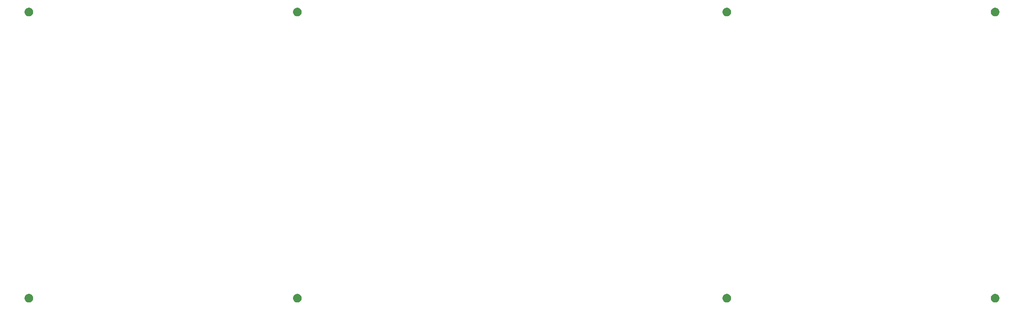
<source format=gbs>
G04 #@! TF.GenerationSoftware,KiCad,Pcbnew,(5.1.5-0-10_14)*
G04 #@! TF.CreationDate,2020-03-07T15:44:39+00:00*
G04 #@! TF.ProjectId,WhimsyBottomPlate,5768696d-7379-4426-9f74-746f6d506c61,0.2*
G04 #@! TF.SameCoordinates,Original*
G04 #@! TF.FileFunction,Soldermask,Bot*
G04 #@! TF.FilePolarity,Negative*
%FSLAX46Y46*%
G04 Gerber Fmt 4.6, Leading zero omitted, Abs format (unit mm)*
G04 Created by KiCad (PCBNEW (5.1.5-0-10_14)) date 2020-03-07 15:44:39*
%MOMM*%
%LPD*%
G04 APERTURE LIST*
%ADD10C,0.100000*%
G04 APERTURE END LIST*
D10*
G36*
X276449549Y-134602366D02*
G01*
X276560734Y-134624482D01*
X276770203Y-134711247D01*
X276958720Y-134837210D01*
X277119040Y-134997530D01*
X277245003Y-135186047D01*
X277331768Y-135395516D01*
X277376000Y-135617886D01*
X277376000Y-135844614D01*
X277331768Y-136066984D01*
X277245003Y-136276453D01*
X277119040Y-136464970D01*
X276958720Y-136625290D01*
X276770203Y-136751253D01*
X276560734Y-136838018D01*
X276449549Y-136860134D01*
X276338365Y-136882250D01*
X276111635Y-136882250D01*
X276000451Y-136860134D01*
X275889266Y-136838018D01*
X275679797Y-136751253D01*
X275491280Y-136625290D01*
X275330960Y-136464970D01*
X275204997Y-136276453D01*
X275118232Y-136066984D01*
X275074000Y-135844614D01*
X275074000Y-135617886D01*
X275118232Y-135395516D01*
X275204997Y-135186047D01*
X275330960Y-134997530D01*
X275491280Y-134837210D01*
X275679797Y-134711247D01*
X275889266Y-134624482D01*
X276000451Y-134602366D01*
X276111635Y-134580250D01*
X276338365Y-134580250D01*
X276449549Y-134602366D01*
G37*
G36*
X205012049Y-134602366D02*
G01*
X205123234Y-134624482D01*
X205332703Y-134711247D01*
X205521220Y-134837210D01*
X205681540Y-134997530D01*
X205807503Y-135186047D01*
X205894268Y-135395516D01*
X205938500Y-135617886D01*
X205938500Y-135844614D01*
X205894268Y-136066984D01*
X205807503Y-136276453D01*
X205681540Y-136464970D01*
X205521220Y-136625290D01*
X205332703Y-136751253D01*
X205123234Y-136838018D01*
X205012049Y-136860134D01*
X204900865Y-136882250D01*
X204674135Y-136882250D01*
X204562951Y-136860134D01*
X204451766Y-136838018D01*
X204242297Y-136751253D01*
X204053780Y-136625290D01*
X203893460Y-136464970D01*
X203767497Y-136276453D01*
X203680732Y-136066984D01*
X203636500Y-135844614D01*
X203636500Y-135617886D01*
X203680732Y-135395516D01*
X203767497Y-135186047D01*
X203893460Y-134997530D01*
X204053780Y-134837210D01*
X204242297Y-134711247D01*
X204451766Y-134624482D01*
X204562951Y-134602366D01*
X204674135Y-134580250D01*
X204900865Y-134580250D01*
X205012049Y-134602366D01*
G37*
G36*
X90712049Y-134602366D02*
G01*
X90823234Y-134624482D01*
X91032703Y-134711247D01*
X91221220Y-134837210D01*
X91381540Y-134997530D01*
X91507503Y-135186047D01*
X91594268Y-135395516D01*
X91638500Y-135617886D01*
X91638500Y-135844614D01*
X91594268Y-136066984D01*
X91507503Y-136276453D01*
X91381540Y-136464970D01*
X91221220Y-136625290D01*
X91032703Y-136751253D01*
X90823234Y-136838018D01*
X90712049Y-136860134D01*
X90600865Y-136882250D01*
X90374135Y-136882250D01*
X90262951Y-136860134D01*
X90151766Y-136838018D01*
X89942297Y-136751253D01*
X89753780Y-136625290D01*
X89593460Y-136464970D01*
X89467497Y-136276453D01*
X89380732Y-136066984D01*
X89336500Y-135844614D01*
X89336500Y-135617886D01*
X89380732Y-135395516D01*
X89467497Y-135186047D01*
X89593460Y-134997530D01*
X89753780Y-134837210D01*
X89942297Y-134711247D01*
X90151766Y-134624482D01*
X90262951Y-134602366D01*
X90374135Y-134580250D01*
X90600865Y-134580250D01*
X90712049Y-134602366D01*
G37*
G36*
X19274549Y-134602366D02*
G01*
X19385734Y-134624482D01*
X19595203Y-134711247D01*
X19783720Y-134837210D01*
X19944040Y-134997530D01*
X20070003Y-135186047D01*
X20156768Y-135395516D01*
X20201000Y-135617886D01*
X20201000Y-135844614D01*
X20156768Y-136066984D01*
X20070003Y-136276453D01*
X19944040Y-136464970D01*
X19783720Y-136625290D01*
X19595203Y-136751253D01*
X19385734Y-136838018D01*
X19274549Y-136860134D01*
X19163365Y-136882250D01*
X18936635Y-136882250D01*
X18825451Y-136860134D01*
X18714266Y-136838018D01*
X18504797Y-136751253D01*
X18316280Y-136625290D01*
X18155960Y-136464970D01*
X18029997Y-136276453D01*
X17943232Y-136066984D01*
X17899000Y-135844614D01*
X17899000Y-135617886D01*
X17943232Y-135395516D01*
X18029997Y-135186047D01*
X18155960Y-134997530D01*
X18316280Y-134837210D01*
X18504797Y-134711247D01*
X18714266Y-134624482D01*
X18825451Y-134602366D01*
X18936635Y-134580250D01*
X19163365Y-134580250D01*
X19274549Y-134602366D01*
G37*
G36*
X276449549Y-58402366D02*
G01*
X276560734Y-58424482D01*
X276770203Y-58511247D01*
X276958720Y-58637210D01*
X277119040Y-58797530D01*
X277245003Y-58986047D01*
X277331768Y-59195516D01*
X277376000Y-59417886D01*
X277376000Y-59644614D01*
X277331768Y-59866984D01*
X277245003Y-60076453D01*
X277119040Y-60264970D01*
X276958720Y-60425290D01*
X276770203Y-60551253D01*
X276560734Y-60638018D01*
X276449549Y-60660134D01*
X276338365Y-60682250D01*
X276111635Y-60682250D01*
X276000451Y-60660134D01*
X275889266Y-60638018D01*
X275679797Y-60551253D01*
X275491280Y-60425290D01*
X275330960Y-60264970D01*
X275204997Y-60076453D01*
X275118232Y-59866984D01*
X275074000Y-59644614D01*
X275074000Y-59417886D01*
X275118232Y-59195516D01*
X275204997Y-58986047D01*
X275330960Y-58797530D01*
X275491280Y-58637210D01*
X275679797Y-58511247D01*
X275889266Y-58424482D01*
X276000451Y-58402366D01*
X276111635Y-58380250D01*
X276338365Y-58380250D01*
X276449549Y-58402366D01*
G37*
G36*
X205012049Y-58402366D02*
G01*
X205123234Y-58424482D01*
X205332703Y-58511247D01*
X205521220Y-58637210D01*
X205681540Y-58797530D01*
X205807503Y-58986047D01*
X205894268Y-59195516D01*
X205938500Y-59417886D01*
X205938500Y-59644614D01*
X205894268Y-59866984D01*
X205807503Y-60076453D01*
X205681540Y-60264970D01*
X205521220Y-60425290D01*
X205332703Y-60551253D01*
X205123234Y-60638018D01*
X205012049Y-60660134D01*
X204900865Y-60682250D01*
X204674135Y-60682250D01*
X204562951Y-60660134D01*
X204451766Y-60638018D01*
X204242297Y-60551253D01*
X204053780Y-60425290D01*
X203893460Y-60264970D01*
X203767497Y-60076453D01*
X203680732Y-59866984D01*
X203636500Y-59644614D01*
X203636500Y-59417886D01*
X203680732Y-59195516D01*
X203767497Y-58986047D01*
X203893460Y-58797530D01*
X204053780Y-58637210D01*
X204242297Y-58511247D01*
X204451766Y-58424482D01*
X204562951Y-58402366D01*
X204674135Y-58380250D01*
X204900865Y-58380250D01*
X205012049Y-58402366D01*
G37*
G36*
X90712049Y-58402366D02*
G01*
X90823234Y-58424482D01*
X91032703Y-58511247D01*
X91221220Y-58637210D01*
X91381540Y-58797530D01*
X91507503Y-58986047D01*
X91594268Y-59195516D01*
X91638500Y-59417886D01*
X91638500Y-59644614D01*
X91594268Y-59866984D01*
X91507503Y-60076453D01*
X91381540Y-60264970D01*
X91221220Y-60425290D01*
X91032703Y-60551253D01*
X90823234Y-60638018D01*
X90712049Y-60660134D01*
X90600865Y-60682250D01*
X90374135Y-60682250D01*
X90262951Y-60660134D01*
X90151766Y-60638018D01*
X89942297Y-60551253D01*
X89753780Y-60425290D01*
X89593460Y-60264970D01*
X89467497Y-60076453D01*
X89380732Y-59866984D01*
X89336500Y-59644614D01*
X89336500Y-59417886D01*
X89380732Y-59195516D01*
X89467497Y-58986047D01*
X89593460Y-58797530D01*
X89753780Y-58637210D01*
X89942297Y-58511247D01*
X90151766Y-58424482D01*
X90262951Y-58402366D01*
X90374135Y-58380250D01*
X90600865Y-58380250D01*
X90712049Y-58402366D01*
G37*
G36*
X19274549Y-58402366D02*
G01*
X19385734Y-58424482D01*
X19595203Y-58511247D01*
X19783720Y-58637210D01*
X19944040Y-58797530D01*
X20070003Y-58986047D01*
X20156768Y-59195516D01*
X20201000Y-59417886D01*
X20201000Y-59644614D01*
X20156768Y-59866984D01*
X20070003Y-60076453D01*
X19944040Y-60264970D01*
X19783720Y-60425290D01*
X19595203Y-60551253D01*
X19385734Y-60638018D01*
X19274549Y-60660134D01*
X19163365Y-60682250D01*
X18936635Y-60682250D01*
X18825451Y-60660134D01*
X18714266Y-60638018D01*
X18504797Y-60551253D01*
X18316280Y-60425290D01*
X18155960Y-60264970D01*
X18029997Y-60076453D01*
X17943232Y-59866984D01*
X17899000Y-59644614D01*
X17899000Y-59417886D01*
X17943232Y-59195516D01*
X18029997Y-58986047D01*
X18155960Y-58797530D01*
X18316280Y-58637210D01*
X18504797Y-58511247D01*
X18714266Y-58424482D01*
X18825451Y-58402366D01*
X18936635Y-58380250D01*
X19163365Y-58380250D01*
X19274549Y-58402366D01*
G37*
M02*

</source>
